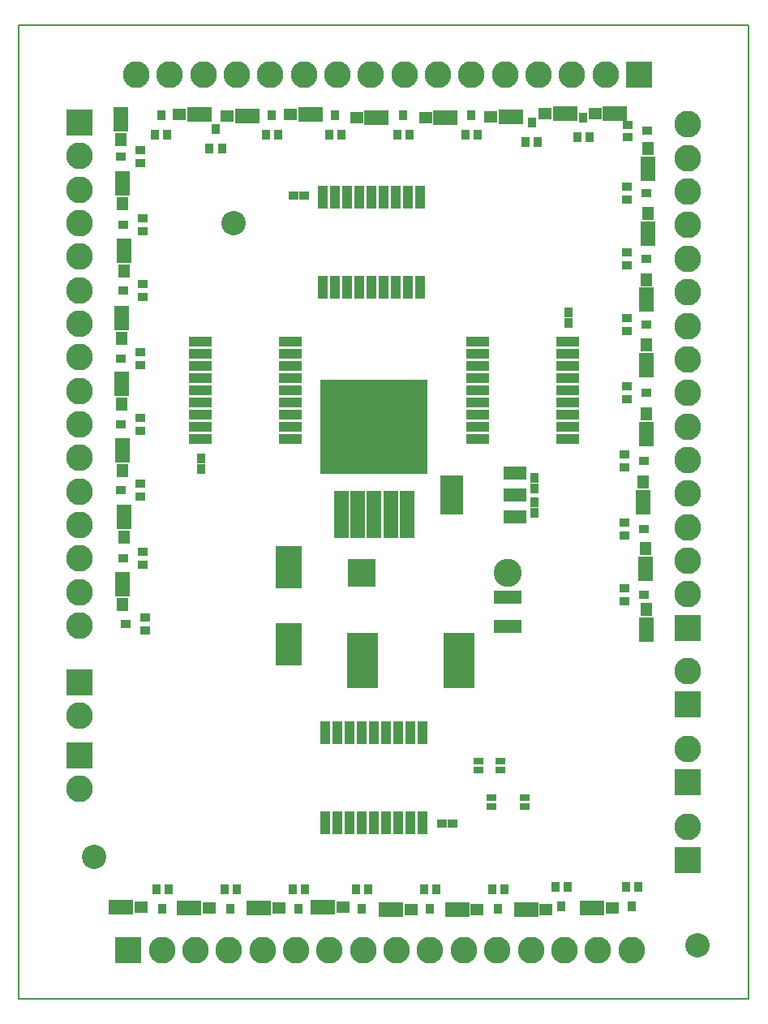
<source format=gbr>
G04 #@! TF.FileFunction,Soldermask,Top*
%FSLAX46Y46*%
G04 Gerber Fmt 4.6, Leading zero omitted, Abs format (unit mm)*
G04 Created by KiCad (PCBNEW 4.0.1-stable) date 4/11/2017 9:36:51 PM*
%MOMM*%
G01*
G04 APERTURE LIST*
%ADD10C,0.100000*%
%ADD11C,0.150000*%
%ADD12R,1.500000X5.000000*%
%ADD13R,11.200000X9.800000*%
%ADD14C,2.800000*%
%ADD15R,2.800000X2.800000*%
%ADD16R,1.000000X0.800000*%
%ADD17R,0.900000X1.000000*%
%ADD18R,2.900000X1.400000*%
%ADD19R,1.000000X0.900000*%
%ADD20R,3.300680X5.800040*%
%ADD21R,2.432000X4.057600*%
%ADD22R,2.432000X1.416000*%
%ADD23R,2.800300X4.400500*%
%ADD24C,2.940000*%
%ADD25R,2.940000X2.940000*%
%ADD26R,1.000000X2.400000*%
%ADD27R,2.400000X1.000000*%
%ADD28R,0.857200X1.111200*%
%ADD29R,1.111200X0.857200*%
%ADD30R,2.600000X1.500000*%
%ADD31R,1.400000X1.200000*%
%ADD32R,1.500000X2.600000*%
%ADD33R,1.200000X1.400000*%
%ADD34C,2.540000*%
G04 APERTURE END LIST*
D10*
D11*
X191770000Y-149860000D02*
X191770000Y-48260000D01*
X115570000Y-48260000D02*
X115570000Y-149860000D01*
X115570000Y-149860000D02*
X191770000Y-149860000D01*
X191770000Y-48260000D02*
X115570000Y-48260000D01*
D12*
X156054000Y-99314000D03*
X154354000Y-99314000D03*
X150954000Y-99314000D03*
D13*
X152654000Y-90164000D03*
D12*
X152654000Y-99314000D03*
X149254000Y-99314000D03*
D14*
X185420000Y-131882000D03*
D15*
X185420000Y-135382000D03*
D14*
X185420000Y-123754000D03*
D15*
X185420000Y-127254000D03*
D16*
X163500000Y-125950000D03*
X163500000Y-125050000D03*
X165800000Y-125950000D03*
X165800000Y-125050000D03*
D17*
X169418000Y-99102000D03*
X169418000Y-98002000D03*
X169418000Y-95462000D03*
X169418000Y-96562000D03*
D18*
X166624000Y-110974000D03*
X166624000Y-107974000D03*
D19*
X160824000Y-131572000D03*
X159724000Y-131572000D03*
D17*
X172974000Y-78190000D03*
X172974000Y-79290000D03*
D19*
X144230000Y-66040000D03*
X145330000Y-66040000D03*
D17*
X134620000Y-94530000D03*
X134620000Y-93430000D03*
D20*
X151462740Y-114554000D03*
X161465260Y-114554000D03*
D14*
X185420000Y-115626000D03*
D15*
X185420000Y-119126000D03*
D14*
X121920000Y-120340000D03*
D15*
X121920000Y-116840000D03*
D14*
X121920000Y-127960000D03*
D15*
X121920000Y-124460000D03*
D14*
X134000000Y-144780000D03*
X130500000Y-144780000D03*
X137500000Y-144780000D03*
X141000000Y-144780000D03*
X144500000Y-144780000D03*
X148000000Y-144780000D03*
D15*
X127000000Y-144780000D03*
D14*
X151500000Y-144780000D03*
X155000000Y-144780000D03*
X158500000Y-144780000D03*
X162000000Y-144780000D03*
X165500000Y-144780000D03*
X169000000Y-144780000D03*
X172500000Y-144780000D03*
X176000000Y-144780000D03*
X179500000Y-144780000D03*
X185420000Y-104125000D03*
X185420000Y-107625000D03*
X185420000Y-100625000D03*
X185420000Y-97125000D03*
X185420000Y-93625000D03*
X185420000Y-90125000D03*
D15*
X185420000Y-111125000D03*
D14*
X185420000Y-86625000D03*
X185420000Y-83125000D03*
X185420000Y-79625000D03*
X185420000Y-76125000D03*
X185420000Y-72625000D03*
X185420000Y-69125000D03*
X185420000Y-65625000D03*
X185420000Y-62125000D03*
X185420000Y-58625000D03*
X173300000Y-53400000D03*
X176800000Y-53400000D03*
X169800000Y-53400000D03*
X166300000Y-53400000D03*
X162800000Y-53400000D03*
X159300000Y-53400000D03*
D15*
X180300000Y-53400000D03*
D14*
X155800000Y-53400000D03*
X152300000Y-53400000D03*
X148800000Y-53400000D03*
X145300000Y-53400000D03*
X141800000Y-53400000D03*
X138300000Y-53400000D03*
X134800000Y-53400000D03*
X131300000Y-53400000D03*
X127800000Y-53400000D03*
X121920000Y-65420000D03*
X121920000Y-61920000D03*
X121920000Y-68920000D03*
X121920000Y-72420000D03*
X121920000Y-75920000D03*
X121920000Y-79420000D03*
D15*
X121920000Y-58420000D03*
D14*
X121920000Y-82920000D03*
X121920000Y-86420000D03*
X121920000Y-89920000D03*
X121920000Y-93420000D03*
X121920000Y-96920000D03*
X121920000Y-100420000D03*
X121920000Y-103920000D03*
X121920000Y-107420000D03*
X121920000Y-110920000D03*
D21*
X160782000Y-97282000D03*
D22*
X167386000Y-97282000D03*
X167386000Y-94996000D03*
X167386000Y-99568000D03*
D16*
X168400000Y-129750000D03*
X168400000Y-128850000D03*
X164900000Y-128850000D03*
X164900000Y-129750000D03*
D23*
X143764000Y-104838500D03*
X143764000Y-112839500D03*
D24*
X166625220Y-105407040D03*
D25*
X151385220Y-105407040D03*
D26*
X157734000Y-122046000D03*
X156464000Y-122046000D03*
X155194000Y-122046000D03*
X153924000Y-122046000D03*
X152654000Y-122046000D03*
X151384000Y-122046000D03*
X150114000Y-122046000D03*
X148844000Y-122046000D03*
X147574000Y-122046000D03*
X147574000Y-131446000D03*
X148844000Y-131446000D03*
X150114000Y-131446000D03*
X151384000Y-131446000D03*
X152654000Y-131446000D03*
X153924000Y-131446000D03*
X155194000Y-131446000D03*
X156464000Y-131446000D03*
X157734000Y-131446000D03*
D27*
X163448000Y-81280000D03*
X163448000Y-82550000D03*
X163448000Y-83820000D03*
X163448000Y-85090000D03*
X163448000Y-86360000D03*
X163448000Y-87630000D03*
X163448000Y-88900000D03*
X163448000Y-90170000D03*
X163448000Y-91440000D03*
X172848000Y-91440000D03*
X172848000Y-90170000D03*
X172848000Y-88900000D03*
X172848000Y-87630000D03*
X172848000Y-86360000D03*
X172848000Y-85090000D03*
X172848000Y-83820000D03*
X172848000Y-82550000D03*
X172848000Y-81280000D03*
D26*
X147320000Y-75566000D03*
X148590000Y-75566000D03*
X149860000Y-75566000D03*
X151130000Y-75566000D03*
X152400000Y-75566000D03*
X153670000Y-75566000D03*
X154940000Y-75566000D03*
X156210000Y-75566000D03*
X157480000Y-75566000D03*
X157480000Y-66166000D03*
X156210000Y-66166000D03*
X154940000Y-66166000D03*
X153670000Y-66166000D03*
X152400000Y-66166000D03*
X151130000Y-66166000D03*
X149860000Y-66166000D03*
X148590000Y-66166000D03*
X147320000Y-66166000D03*
D27*
X143892000Y-91440000D03*
X143892000Y-90170000D03*
X143892000Y-88900000D03*
X143892000Y-87630000D03*
X143892000Y-86360000D03*
X143892000Y-85090000D03*
X143892000Y-83820000D03*
X143892000Y-82550000D03*
X143892000Y-81280000D03*
X134492000Y-81280000D03*
X134492000Y-82550000D03*
X134492000Y-83820000D03*
X134492000Y-85090000D03*
X134492000Y-86360000D03*
X134492000Y-87630000D03*
X134492000Y-88900000D03*
X134492000Y-90170000D03*
X134492000Y-91440000D03*
D28*
X131216400Y-138430000D03*
X129895600Y-138430000D03*
X130556000Y-140462000D03*
X138328400Y-138430000D03*
X137007600Y-138430000D03*
X137668000Y-140462000D03*
X145440400Y-138430000D03*
X144119600Y-138430000D03*
X144780000Y-140462000D03*
X152044400Y-138430000D03*
X150723600Y-138430000D03*
X151384000Y-140462000D03*
X159156400Y-138430000D03*
X157835600Y-138430000D03*
X158496000Y-140462000D03*
X166268400Y-138430000D03*
X164947600Y-138430000D03*
X165608000Y-140462000D03*
X172872400Y-138176000D03*
X171551600Y-138176000D03*
X172212000Y-140208000D03*
X180238400Y-138176000D03*
X178917600Y-138176000D03*
X179578000Y-140208000D03*
D29*
X178816000Y-107035600D03*
X178816000Y-108356400D03*
X180848000Y-107696000D03*
X178816000Y-100177600D03*
X178816000Y-101498400D03*
X180848000Y-100838000D03*
X178816000Y-93065600D03*
X178816000Y-94386400D03*
X180848000Y-93726000D03*
X179070000Y-85953600D03*
X179070000Y-87274400D03*
X181102000Y-86614000D03*
X179070000Y-78841600D03*
X179070000Y-80162400D03*
X181102000Y-79502000D03*
X179070000Y-71983600D03*
X179070000Y-73304400D03*
X181102000Y-72644000D03*
X179070000Y-65125600D03*
X179070000Y-66446400D03*
X181102000Y-65786000D03*
X179084000Y-58639600D03*
X179084000Y-59960400D03*
X181116000Y-59300000D03*
D28*
X173837600Y-59944000D03*
X175158400Y-59944000D03*
X174498000Y-57912000D03*
X168439600Y-60416000D03*
X169760400Y-60416000D03*
X169100000Y-58384000D03*
X162153600Y-59690000D03*
X163474400Y-59690000D03*
X162814000Y-57658000D03*
X155041600Y-59690000D03*
X156362400Y-59690000D03*
X155702000Y-57658000D03*
X147929600Y-59690000D03*
X149250400Y-59690000D03*
X148590000Y-57658000D03*
X141325600Y-59690000D03*
X142646400Y-59690000D03*
X141986000Y-57658000D03*
X135439600Y-61116000D03*
X136760400Y-61116000D03*
X136100000Y-59084000D03*
X129739600Y-59716000D03*
X131060400Y-59716000D03*
X130400000Y-57684000D03*
D29*
X128270000Y-62636400D03*
X128270000Y-61315600D03*
X126238000Y-61976000D03*
X128524000Y-69748400D03*
X128524000Y-68427600D03*
X126492000Y-69088000D03*
X128524000Y-76606400D03*
X128524000Y-75285600D03*
X126492000Y-75946000D03*
X128270000Y-83718400D03*
X128270000Y-82397600D03*
X126238000Y-83058000D03*
X128270000Y-90576400D03*
X128270000Y-89255600D03*
X126238000Y-89916000D03*
X128270000Y-97434400D03*
X128270000Y-96113600D03*
X126238000Y-96774000D03*
X128524000Y-104546400D03*
X128524000Y-103225600D03*
X126492000Y-103886000D03*
X128778000Y-111404400D03*
X128778000Y-110083600D03*
X126746000Y-110744000D03*
D30*
X126200000Y-140300000D03*
D31*
X128300000Y-140300000D03*
D30*
X133300000Y-140400000D03*
D31*
X135400000Y-140400000D03*
D30*
X140600000Y-140400000D03*
D31*
X142700000Y-140400000D03*
D30*
X147300000Y-140300000D03*
D31*
X149400000Y-140300000D03*
D30*
X154400000Y-140500000D03*
D31*
X156500000Y-140500000D03*
D30*
X161300000Y-140500000D03*
D31*
X163400000Y-140500000D03*
D30*
X168500000Y-140500000D03*
D31*
X170600000Y-140500000D03*
D30*
X175400000Y-140400000D03*
D31*
X177500000Y-140400000D03*
D32*
X181100000Y-111300000D03*
D33*
X181100000Y-109200000D03*
D32*
X181000000Y-105000000D03*
D33*
X181000000Y-102900000D03*
D32*
X180700000Y-98000000D03*
D33*
X180700000Y-95900000D03*
D32*
X181100000Y-90900000D03*
D33*
X181100000Y-88800000D03*
D32*
X181100000Y-83700000D03*
D33*
X181100000Y-81600000D03*
D32*
X181100000Y-76900000D03*
D33*
X181100000Y-74800000D03*
D32*
X181200000Y-70000000D03*
D33*
X181200000Y-67900000D03*
D32*
X181200000Y-63200000D03*
D33*
X181200000Y-61100000D03*
D30*
X177800000Y-57500000D03*
D31*
X175700000Y-57500000D03*
D30*
X172600000Y-57500000D03*
D31*
X170500000Y-57500000D03*
D30*
X166900000Y-57800000D03*
D31*
X164800000Y-57800000D03*
D30*
X160100000Y-57900000D03*
D31*
X158000000Y-57900000D03*
D30*
X152900000Y-57900000D03*
D31*
X150800000Y-57900000D03*
D30*
X146000000Y-57600000D03*
D31*
X143900000Y-57600000D03*
D30*
X139400000Y-57700000D03*
D31*
X137300000Y-57700000D03*
D30*
X134400000Y-57600000D03*
D31*
X132300000Y-57600000D03*
D32*
X126200000Y-58100000D03*
D33*
X126200000Y-60200000D03*
D32*
X126400000Y-64800000D03*
D33*
X126400000Y-66900000D03*
D32*
X126500000Y-71800000D03*
D33*
X126500000Y-73900000D03*
D32*
X126300000Y-85700000D03*
D33*
X126300000Y-87800000D03*
D32*
X126400000Y-92600000D03*
D33*
X126400000Y-94700000D03*
D32*
X126500000Y-99600000D03*
D33*
X126500000Y-101700000D03*
D32*
X126400000Y-106600000D03*
D33*
X126400000Y-108700000D03*
D32*
X126300000Y-78800000D03*
D33*
X126300000Y-80900000D03*
D34*
X138000000Y-68900000D03*
X123400000Y-135000000D03*
X186400000Y-144300000D03*
M02*

</source>
